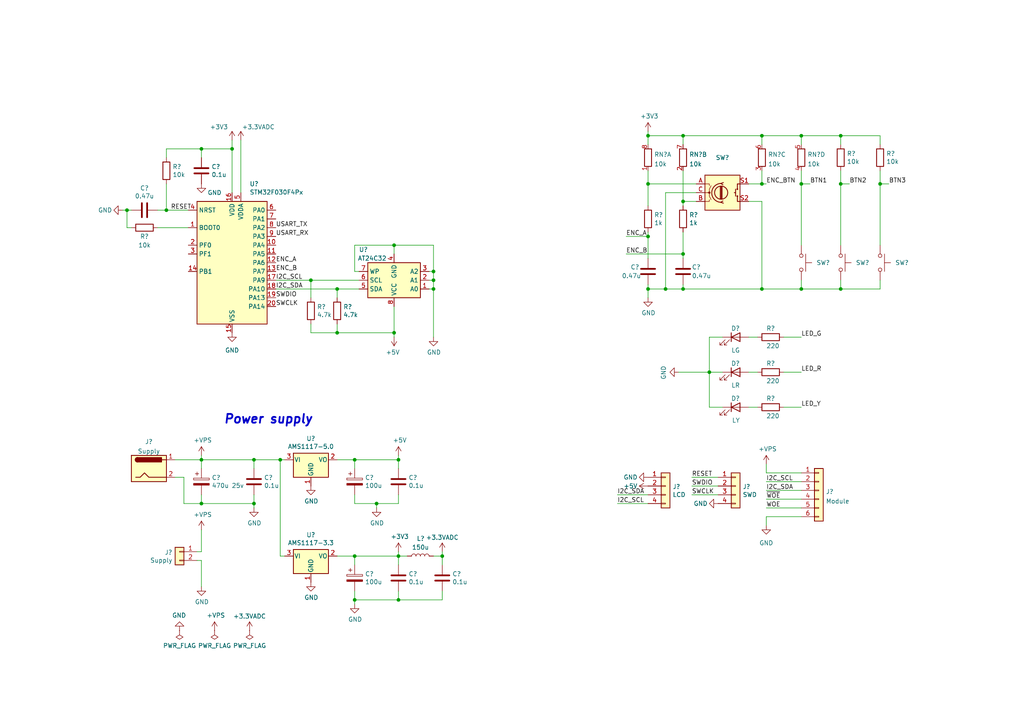
<source format=kicad_sch>
(kicad_sch (version 20230121) (generator eeschema)
  (paper "A4")
  (title_block (title "Control module for active load") (date "2024-08-05") (comment 2 "Maxim UV"))
  (lib_symbols
    (symbol "Connector:Barrel_Jack" (pin_names (offset 1.016))
      (property "Reference" "J" (at 0 5.334 0))
      (property "Value" "Barrel_Jack" (at 0 -5.08 0))
      (symbol "Barrel_Jack_0_1"
        (rectangle (start -5.08 3.81) (end 5.08 -3.81) (stroke (width 0.254)) (fill (type background)))
        (arc (start -3.302 3.175) (mid -3.9343 2.54) (end -3.302 1.905) (stroke (width 0.254)))
        (arc (start -3.302 3.175) (mid -3.9343 2.54) (end -3.302 1.905) (stroke (width 0.254)) (fill (type outline)))
        (polyline (pts (xy 5.08 2.54) (xy 3.81 2.54)) (stroke (width 0.254)))
        (polyline (pts (xy -3.81 -2.54) (xy -2.54 -2.54) (xy -1.27 -1.27) (xy 0 -2.54) (xy 2.54 -2.54) (xy 5.08 -2.54)) (stroke (width 0.254)))
        (rectangle (start 3.683 3.175) (end -3.302 1.905) (stroke (width 0.254)) (fill (type outline)))
      )
      (symbol "Barrel_Jack_1_1"
        (pin passive line (at 7.62 2.54 180) (length 2.54) (name "~") (number "1"))
        (pin passive line (at 7.62 -2.54 180) (length 2.54) (name "~") (number "2"))
      )
    )
    (symbol "Connector_Generic:Conn_01x02" (pin_names (offset 1.016) hide)
      (property "Reference" "J" (at 0 2.54 0))
      (property "Value" "Conn_01x02" (at 0 -5.08 0))
      (symbol "Conn_01x02_1_1"
        (rectangle (start -1.27 -2.413) (end 0 -2.667) (stroke (width 0.1524)))
        (rectangle (start -1.27 0.127) (end 0 -0.127) (stroke (width 0.1524)))
        (rectangle (start -1.27 1.27) (end 1.27 -3.81) (stroke (width 0.254)) (fill (type background)))
        (pin passive line (at -5.08 0 0) (length 3.81) (name "Pin_1") (number "1"))
        (pin passive line (at -5.08 -2.54 0) (length 3.81) (name "Pin_2") (number "2"))
      )
    )
    (symbol "Connector_Generic:Conn_01x04" (pin_names (offset 1.016) hide)
      (property "Reference" "J" (at 0 5.08 0))
      (property "Value" "Conn_01x04" (at 0 -7.62 0))
      (symbol "Conn_01x04_1_1"
        (rectangle (start -1.27 -4.953) (end 0 -5.207) (stroke (width 0.1524)))
        (rectangle (start -1.27 -2.413) (end 0 -2.667) (stroke (width 0.1524)))
        (rectangle (start -1.27 0.127) (end 0 -0.127) (stroke (width 0.1524)))
        (rectangle (start -1.27 2.667) (end 0 2.413) (stroke (width 0.1524)))
        (rectangle (start -1.27 3.81) (end 1.27 -6.35) (stroke (width 0.254)) (fill (type background)))
        (pin passive line (at -5.08 2.54 0) (length 3.81) (name "Pin_1") (number "1"))
        (pin passive line (at -5.08 0 0) (length 3.81) (name "Pin_2") (number "2"))
        (pin passive line (at -5.08 -2.54 0) (length 3.81) (name "Pin_3") (number "3"))
        (pin passive line (at -5.08 -5.08 0) (length 3.81) (name "Pin_4") (number "4"))
      )
    )
    (symbol "Connector_Generic:Conn_01x06" (pin_names (offset 1.016) hide)
      (property "Reference" "J" (at 0 7.62 0))
      (property "Value" "Conn_01x06" (at 0 -10.16 0))
      (symbol "Conn_01x06_1_1"
        (rectangle (start -1.27 -7.493) (end 0 -7.747) (stroke (width 0.1524)))
        (rectangle (start -1.27 -4.953) (end 0 -5.207) (stroke (width 0.1524)))
        (rectangle (start -1.27 -2.413) (end 0 -2.667) (stroke (width 0.1524)))
        (rectangle (start -1.27 0.127) (end 0 -0.127) (stroke (width 0.1524)))
        (rectangle (start -1.27 2.667) (end 0 2.413) (stroke (width 0.1524)))
        (rectangle (start -1.27 5.207) (end 0 4.953) (stroke (width 0.1524)))
        (rectangle (start -1.27 6.35) (end 1.27 -8.89) (stroke (width 0.254)) (fill (type background)))
        (pin passive line (at -5.08 5.08 0) (length 3.81) (name "Pin_1") (number "1"))
        (pin passive line (at -5.08 2.54 0) (length 3.81) (name "Pin_2") (number "2"))
        (pin passive line (at -5.08 0 0) (length 3.81) (name "Pin_3") (number "3"))
        (pin passive line (at -5.08 -2.54 0) (length 3.81) (name "Pin_4") (number "4"))
        (pin passive line (at -5.08 -5.08 0) (length 3.81) (name "Pin_5") (number "5"))
        (pin passive line (at -5.08 -7.62 0) (length 3.81) (name "Pin_6") (number "6"))
      )
    )
    (symbol "Device:C" (pin_numbers hide) (pin_names (offset 0.254))
      (property "Reference" "C" (at 0.635 2.54 0))
      (property "Value" "C" (at 0.635 -2.54 0))
      (symbol "C_0_1"
        (polyline (pts (xy -2.032 -0.762) (xy 2.032 -0.762)) (stroke (width 0.508)))
        (polyline (pts (xy -2.032 0.762) (xy 2.032 0.762)) (stroke (width 0.508)))
      )
      (symbol "C_1_1"
        (pin passive line (at 0 3.81 270) (length 2.794) (name "~") (number "1"))
        (pin passive line (at 0 -3.81 90) (length 2.794) (name "~") (number "2"))
      )
    )
    (symbol "Device:CP" (pin_numbers hide) (pin_names (offset 0.254))
      (property "Reference" "C" (at 0.635 2.54 0))
      (property "Value" "Device_CP" (at 0.635 -2.54 0))
      (symbol "CP_0_1"
        (rectangle (start -2.286 0.508) (end 2.286 1.016))
        (polyline (pts (xy -1.778 2.286) (xy -0.762 2.286)))
        (polyline (pts (xy -1.27 2.794) (xy -1.27 1.778)))
        (rectangle (start 2.286 -0.508) (end -2.286 -1.016) (fill (type outline)))
      )
      (symbol "CP_1_1"
        (pin passive line (at 0 3.81 270) (length 2.794) (name "~") (number "1"))
        (pin passive line (at 0 -3.81 90) (length 2.794) (name "~") (number "2"))
      )
    )
    (symbol "Device:L" (pin_numbers hide) (pin_names (offset 1.016) hide)
      (property "Reference" "L" (at -1.27 0 90))
      (property "Value" "L" (at 1.905 0 90))
      (symbol "L_0_1"
        (arc (start 0 -2.54) (mid 0.6323 -1.905) (end 0 -1.27))
        (arc (start 0 -1.27) (mid 0.6323 -0.635) (end 0 0))
        (arc (start 0 0) (mid 0.6323 0.635) (end 0 1.27))
        (arc (start 0 1.27) (mid 0.6323 1.905) (end 0 2.54))
      )
      (symbol "L_1_1"
        (pin passive line (at 0 3.81 270) (length 1.27) (name "1") (number "1"))
        (pin passive line (at 0 -3.81 90) (length 1.27) (name "2") (number "2"))
      )
    )
    (symbol "Device:LED" (pin_numbers hide) (pin_names (offset 1.016) hide)
      (property "Reference" "D" (at 0 2.54 0))
      (property "Value" "LED" (at 0 -2.54 0))
      (symbol "LED_0_1"
        (polyline (pts (xy -1.27 -1.27) (xy -1.27 1.27)) (stroke (width 0.254)))
        (polyline (pts (xy -1.27 0) (xy 1.27 0)))
        (polyline (pts (xy 1.27 -1.27) (xy 1.27 1.27) (xy -1.27 0) (xy 1.27 -1.27)) (stroke (width 0.254)))
        (polyline (pts (xy -3.048 -0.762) (xy -4.572 -2.286) (xy -3.81 -2.286) (xy -4.572 -2.286) (xy -4.572 -1.524)))
        (polyline (pts (xy -1.778 -0.762) (xy -3.302 -2.286) (xy -2.54 -2.286) (xy -3.302 -2.286) (xy -3.302 -1.524)))
      )
      (symbol "LED_1_1"
        (pin passive line (at -3.81 0 0) (length 2.54) (name "K") (number "1"))
        (pin passive line (at 3.81 0 180) (length 2.54) (name "A") (number "2"))
      )
    )
    (symbol "Device:R" (pin_numbers hide) (pin_names (offset 0))
      (property "Reference" "R" (at 2.032 0 90))
      (property "Value" "R" (at 0 0 90))
      (symbol "R_0_1"
        (rectangle (start -1.016 -2.54) (end 1.016 2.54) (stroke (width 0.254)))
      )
      (symbol "R_1_1"
        (pin passive line (at 0 3.81 270) (length 1.27) (name "~") (number "1"))
        (pin passive line (at 0 -3.81 90) (length 1.27) (name "~") (number "2"))
      )
    )
    (symbol "Device:R_Pack04_Split" (pin_names (offset 0) hide)
      (property "Reference" "RN" (at 2.032 0 90))
      (property "Value" "R_Pack04_Split" (at 0 0 90))
      (symbol "R_Pack04_Split_0_1"
        (rectangle (start 1.016 2.54) (end -1.016 -2.54) (stroke (width 0.254)))
      )
      (symbol "R_Pack04_Split_1_1"
        (pin passive line (at 0 -3.81 90) (length 1.27) (name "R1.1") (number "1"))
        (pin passive line (at 0 3.81 270) (length 1.27) (name "R1.2") (number "8"))
      )
      (symbol "R_Pack04_Split_2_1"
        (pin passive line (at 0 -3.81 90) (length 1.27) (name "R2.1") (number "2"))
        (pin passive line (at 0 3.81 270) (length 1.27) (name "R2.2") (number "7"))
      )
      (symbol "R_Pack04_Split_3_1"
        (pin passive line (at 0 -3.81 90) (length 1.27) (name "R3.1") (number "3"))
        (pin passive line (at 0 3.81 270) (length 1.27) (name "R3.2") (number "6"))
      )
      (symbol "R_Pack04_Split_4_1"
        (pin passive line (at 0 -3.81 90) (length 1.27) (name "R4.1") (number "4"))
        (pin passive line (at 0 3.81 270) (length 1.27) (name "R4.2") (number "5"))
      )
    )
    (symbol "Device:Rotary_Encoder_Switch" (pin_names (offset 0.254) hide)
      (property "Reference" "SW" (at 0 6.604 0))
      (property "Value" "Device_Rotary_Encoder_Switch" (at 0 -6.604 0))
      (symbol "Rotary_Encoder_Switch_0_1"
        (rectangle (start -5.08 5.08) (end 5.08 -5.08) (stroke (width 0.254)) (fill (type background)))
        (circle (center -3.81 0) (radius 0.254) (fill (type outline)))
        (circle (center -0.381 0) (radius 1.905) (stroke (width 0.254)))
        (arc (start -0.381 2.667) (mid -3.0988 -0.0635) (end -0.381 -2.794) (stroke (width 0.254)))
        (polyline (pts (xy -0.635 -1.778) (xy -0.635 1.778)) (stroke (width 0.254)))
        (polyline (pts (xy -0.381 -1.778) (xy -0.381 1.778)) (stroke (width 0.254)))
        (polyline (pts (xy -0.127 1.778) (xy -0.127 -1.778)) (stroke (width 0.254)))
        (polyline (pts (xy 3.81 0) (xy 3.429 0)) (stroke (width 0.254)))
        (polyline (pts (xy 3.81 1.016) (xy 3.81 -1.016)) (stroke (width 0.254)))
        (polyline (pts (xy -5.08 -2.54) (xy -3.81 -2.54) (xy -3.81 -2.032)))
        (polyline (pts (xy -5.08 2.54) (xy -3.81 2.54) (xy -3.81 2.032)))
        (polyline (pts (xy 0.254 -3.048) (xy -0.508 -2.794) (xy 0.127 -2.413)) (stroke (width 0.254)))
        (polyline (pts (xy 0.254 2.921) (xy -0.508 2.667) (xy 0.127 2.286)) (stroke (width 0.254)))
        (polyline (pts (xy 5.08 -2.54) (xy 4.318 -2.54) (xy 4.318 -1.016)) (stroke (width 0.254)))
        (polyline (pts (xy 5.08 2.54) (xy 4.318 2.54) (xy 4.318 1.016)) (stroke (width 0.254)))
        (polyline (pts (xy -5.08 0) (xy -3.81 0) (xy -3.81 -1.016) (xy -3.302 -2.032)))
        (polyline (pts (xy -4.318 0) (xy -3.81 0) (xy -3.81 1.016) (xy -3.302 2.032)))
        (circle (center 4.318 -1.016) (radius 0.127) (stroke (width 0.254)))
        (circle (center 4.318 1.016) (radius 0.127) (stroke (width 0.254)))
      )
      (symbol "Rotary_Encoder_Switch_1_1"
        (pin passive line (at -7.62 2.54 0) (length 2.54) (name "A") (number "A"))
        (pin passive line (at -7.62 -2.54 0) (length 2.54) (name "B") (number "B"))
        (pin passive line (at -7.62 0 0) (length 2.54) (name "C") (number "C"))
        (pin passive line (at 7.62 2.54 180) (length 2.54) (name "S1") (number "S1"))
        (pin passive line (at 7.62 -2.54 180) (length 2.54) (name "S2") (number "S2"))
      )
    )
    (symbol "MCU_ST_STM32F0:STM32F030F4Px"
      (property "Reference" "U" (at -10.16 19.05 0))
      (property "Value" "STM32F030F4Px" (at 5.08 19.05 0))
      (symbol "STM32F030F4Px_0_1"
        (rectangle (start -10.16 -17.78) (end 10.16 17.78) (stroke (width 0.254)) (fill (type background)))
      )
      (symbol "STM32F030F4Px_1_1"
        (pin input line (at -12.7 10.16 0) (length 2.54) (name "BOOT0") (number "1"))
        (pin bidirectional line (at 12.7 5.08 180) (length 2.54) (name "PA4") (number "10"))
        (pin bidirectional line (at 12.7 2.54 180) (length 2.54) (name "PA5") (number "11"))
        (pin bidirectional line (at 12.7 0 180) (length 2.54) (name "PA6") (number "12"))
        (pin bidirectional line (at 12.7 -2.54 180) (length 2.54) (name "PA7") (number "13"))
        (pin bidirectional line (at -12.7 -2.54 0) (length 2.54) (name "PB1") (number "14"))
        (pin power_in line (at 0 -20.32 90) (length 2.54) (name "VSS") (number "15"))
        (pin power_in line (at 0 20.32 270) (length 2.54) (name "VDD") (number "16"))
        (pin bidirectional line (at 12.7 -5.08 180) (length 2.54) (name "PA9") (number "17"))
        (pin bidirectional line (at 12.7 -7.62 180) (length 2.54) (name "PA10") (number "18"))
        (pin bidirectional line (at 12.7 -10.16 180) (length 2.54) (name "PA13") (number "19"))
        (pin bidirectional line (at -12.7 5.08 0) (length 2.54) (name "PF0") (number "2"))
        (pin bidirectional line (at 12.7 -12.7 180) (length 2.54) (name "PA14") (number "20"))
        (pin bidirectional line (at -12.7 2.54 0) (length 2.54) (name "PF1") (number "3"))
        (pin input line (at -12.7 15.24 0) (length 2.54) (name "NRST") (number "4"))
        (pin power_in line (at 2.54 20.32 270) (length 2.54) (name "VDDA") (number "5"))
        (pin bidirectional line (at 12.7 15.24 180) (length 2.54) (name "PA0") (number "6"))
        (pin bidirectional line (at 12.7 12.7 180) (length 2.54) (name "PA1") (number "7"))
        (pin bidirectional line (at 12.7 10.16 180) (length 2.54) (name "PA2") (number "8"))
        (pin bidirectional line (at 12.7 7.62 180) (length 2.54) (name "PA3") (number "9"))
      )
    )
    (symbol "Memory_EEPROM:AT24CS32-SSHM"
      (property "Reference" "U" (at -7.62 6.35 0))
      (property "Value" "AT24CS32-SSHM" (at 2.54 -6.35 0))
      (symbol "AT24CS32-SSHM_1_1"
        (rectangle (start -7.62 5.08) (end 7.62 -5.08) (stroke (width 0.254)) (fill (type background)))
        (pin input line (at -10.16 2.54 0) (length 2.54) (name "A0") (number "1"))
        (pin input line (at -10.16 0 0) (length 2.54) (name "A1") (number "2"))
        (pin input line (at -10.16 -2.54 0) (length 2.54) (name "A2") (number "3"))
        (pin power_in line (at 0 -7.62 90) (length 2.54) (name "GND") (number "4"))
        (pin bidirectional line (at 10.16 2.54 180) (length 2.54) (name "SDA") (number "5"))
        (pin input line (at 10.16 0 180) (length 2.54) (name "SCL") (number "6"))
        (pin input line (at 10.16 -2.54 180) (length 2.54) (name "WP") (number "7"))
        (pin power_in line (at 0 7.62 270) (length 2.54) (name "VCC") (number "8"))
      )
    )
    (symbol "My:+VPS" (power) (pin_names (offset 0))
      (property "Value" "+VPS" (at 0 3.556 0))
      (symbol "+VPS_0_1"
        (polyline (pts (xy -0.762 1.27) (xy 0 2.54)))
        (polyline (pts (xy 0 0) (xy 0 2.54)))
        (polyline (pts (xy 0 2.54) (xy 0.762 1.27)))
      )
      (symbol "+VPS_1_1"
        (pin power_in line (at 0 0 90) (length 0) hide (name "+VPS") (number "1"))
      )
    )
    (symbol "Regulator_Linear:AMS1117-3.3" (pin_names (offset 0.254))
      (property "Reference" "U" (at -3.81 3.175 0))
      (property "Value" "AMS1117-3.3" (at 0 3.175 0))
      (symbol "AMS1117-3.3_0_1"
        (rectangle (start -5.08 -5.08) (end 5.08 1.905) (stroke (width 0.254)) (fill (type background)))
      )
      (symbol "AMS1117-3.3_1_1"
        (pin power_in line (at 0 -7.62 90) (length 2.54) (name "GND") (number "1"))
        (pin power_out line (at 7.62 0 180) (length 2.54) (name "VO") (number "2"))
        (pin power_in line (at -7.62 0 0) (length 2.54) (name "VI") (number "3"))
      )
    )
    (symbol "Regulator_Linear:AMS1117-5.0" (pin_names (offset 0.254))
      (property "Reference" "U" (at -3.81 3.175 0))
      (property "Value" "AMS1117-5.0" (at 0 3.175 0))
      (symbol "AMS1117-5.0_0_1"
        (rectangle (start -5.08 -5.08) (end 5.08 1.905) (stroke (width 0.254)) (fill (type background)))
      )
      (symbol "AMS1117-5.0_1_1"
        (pin power_in line (at 0 -7.62 90) (length 2.54) (name "GND") (number "1"))
        (pin power_out line (at 7.62 0 180) (length 2.54) (name "VO") (number "2"))
        (pin power_in line (at -7.62 0 0) (length 2.54) (name "VI") (number "3"))
      )
    )
    (symbol "Switch:SW_Push" (pin_numbers hide) (pin_names (offset 1.016) hide)
      (property "Reference" "SW" (at 1.27 2.54 0))
      (property "Value" "SW_Push" (at 0 -1.524 0))
      (symbol "SW_Push_0_1"
        (circle (center -2.032 0) (radius 0.508))
        (polyline (pts (xy 0 1.27) (xy 0 3.048)))
        (polyline (pts (xy 2.54 1.27) (xy -2.54 1.27)))
        (circle (center 2.032 0) (radius 0.508))
        (pin passive line (at -5.08 0 0) (length 2.54) (name "1") (number "1"))
        (pin passive line (at 5.08 0 180) (length 2.54) (name "2") (number "2"))
      )
    )
    (symbol "power:+3.3V" (power) (pin_names (offset 0))
      (property "Value" "+3.3V" (at 0 3.556 0))
      (symbol "+3.3V_0_1"
        (polyline (pts (xy -0.762 1.27) (xy 0 2.54)))
        (polyline (pts (xy 0 0) (xy 0 2.54)))
        (polyline (pts (xy 0 2.54) (xy 0.762 1.27)))
      )
      (symbol "+3.3V_1_1"
        (pin power_in line (at 0 0 90) (length 0) hide (name "+3V3") (number "1"))
      )
    )
    (symbol "power:+3.3VADC" (power) (pin_names (offset 0))
      (property "Value" "+3.3VADC" (at 0 2.54 0))
      (symbol "+3.3VADC_0_0"
        (pin power_in line (at 0 0 90) (length 0) hide (name "+3.3VADC") (number "1"))
      )
      (symbol "+3.3VADC_0_1"
        (polyline (pts (xy -0.762 1.27) (xy 0 2.54)))
        (polyline (pts (xy 0 0) (xy 0 2.54)))
        (polyline (pts (xy 0 2.54) (xy 0.762 1.27)))
      )
    )
    (symbol "power:+5V" (power) (pin_names (offset 0))
      (property "Value" "+5V" (at 0 3.556 0))
      (symbol "+5V_0_1"
        (polyline (pts (xy -0.762 1.27) (xy 0 2.54)))
        (polyline (pts (xy 0 0) (xy 0 2.54)))
        (polyline (pts (xy 0 2.54) (xy 0.762 1.27)))
      )
      (symbol "+5V_1_1"
        (pin power_in line (at 0 0 90) (length 0) hide (name "+5V") (number "1"))
      )
    )
    (symbol "power:GND" (power) (pin_names (offset 0))
      (property "Value" "GND" (at 0 -3.81 0))
      (symbol "GND_0_1"
        (polyline (pts (xy 0 0) (xy 0 -1.27) (xy 1.27 -1.27) (xy 0 -2.54) (xy -1.27 -1.27) (xy 0 -1.27)))
      )
      (symbol "GND_1_1"
        (pin power_in line (at 0 0 270) (length 0) hide (name "GND") (number "1"))
      )
    )
    (symbol "power:PWR_FLAG" (power) (pin_numbers hide) (pin_names (offset 0) hide)
      (property "Value" "PWR_FLAG" (at 0 3.81 0))
      (symbol "PWR_FLAG_0_0"
        (pin power_out line (at 0 0 90) (length 0) (name "pwr") (number "1"))
      )
      (symbol "PWR_FLAG_0_1"
        (polyline (pts (xy 0 0) (xy 0 1.27) (xy -1.016 1.905) (xy 0 2.54) (xy 1.016 1.905) (xy 0 1.27)))
      )
    )
  )
  (junction (at 97.79 83.82))
  (junction (at 187.96 53.34))
  (junction (at 115.57 173.99))
  (junction (at 125.73 78.74))
  (junction (at 58.42 43.18))
  (junction (at 198.12 83.82))
  (junction (at 128.27 161.29))
  (junction (at 125.73 83.82))
  (junction (at 187.96 83.82))
  (junction (at 187.96 39.37))
  (junction (at 102.87 133.35))
  (junction (at 48.26 60.96))
  (junction (at 58.42 146.05))
  (junction (at 67.31 43.18))
  (junction (at 115.57 133.35))
  (junction (at 220.98 39.37))
  (junction (at 232.41 53.34))
  (junction (at 36.83 60.96))
  (junction (at 232.41 39.37))
  (junction (at 109.22 146.05))
  (junction (at 255.27 53.34))
  (junction (at 220.98 83.82))
  (junction (at 114.3 96.52))
  (junction (at 243.84 53.34))
  (junction (at 198.12 58.42))
  (junction (at 90.17 81.28))
  (junction (at 115.57 161.29))
  (junction (at 97.79 96.52))
  (junction (at 114.3 71.12))
  (junction (at 81.28 133.35))
  (junction (at 125.73 81.28))
  (junction (at 205.74 107.95))
  (junction (at 232.41 83.82))
  (junction (at 73.66 146.05))
  (junction (at 102.87 173.99))
  (junction (at 198.12 39.37))
  (junction (at 243.84 39.37))
  (junction (at 58.42 133.35))
  (junction (at 243.84 83.82))
  (junction (at 187.96 68.58))
  (junction (at 73.66 133.35))
  (junction (at 193.04 83.82))
  (junction (at 198.12 73.66))
  (junction (at 220.98 53.34))
  (junction (at 102.87 161.29))
  (wire (pts (xy 193.04 83.82) (xy 198.12 83.82)))
  (wire (pts (xy 243.84 41.91) (xy 243.84 39.37)))
  (wire (pts (xy 50.8 133.35) (xy 58.42 133.35)))
  (wire (pts (xy 102.87 163.83) (xy 102.87 161.29)))
  (wire (pts (xy 220.98 58.42) (xy 220.98 83.82)))
  (wire (pts (xy 222.25 152.4) (xy 222.25 149.86)))
  (wire (pts (xy 104.14 83.82) (xy 97.79 83.82)))
  (wire (pts (xy 198.12 82.55) (xy 198.12 83.82)))
  (wire (pts (xy 217.17 58.42) (xy 220.98 58.42)))
  (wire (pts (xy 115.57 132.08) (xy 115.57 133.35)))
  (wire (pts (xy 198.12 67.31) (xy 198.12 73.66)))
  (wire (pts (xy 220.98 39.37) (xy 232.41 39.37)))
  (wire (pts (xy 115.57 160.02) (xy 115.57 161.29)))
  (wire (pts (xy 187.96 68.58) (xy 187.96 74.93)))
  (wire (pts (xy 220.98 53.34) (xy 217.17 53.34)))
  (wire (pts (xy 201.93 55.88) (xy 193.04 55.88)))
  (wire (pts (xy 81.28 133.35) (xy 81.28 161.29)))
  (wire (pts (xy 227.33 118.11) (xy 232.41 118.11)))
  (wire (pts (xy 187.96 83.82) (xy 193.04 83.82)))
  (wire (pts (xy 57.15 162.56) (xy 58.42 162.56)))
  (wire (pts (xy 217.17 107.95) (xy 219.71 107.95)))
  (wire (pts (xy 220.98 41.91) (xy 220.98 39.37)))
  (wire (pts (xy 209.55 97.79) (xy 205.74 97.79)))
  (wire (pts (xy 187.96 39.37) (xy 198.12 39.37)))
  (wire (pts (xy 243.84 81.28) (xy 243.84 83.82)))
  (wire (pts (xy 125.73 81.28) (xy 125.73 83.82)))
  (wire (pts (xy 73.66 143.51) (xy 73.66 146.05)))
  (wire (pts (xy 36.83 60.96) (xy 38.1 60.96)))
  (wire (pts (xy 48.26 53.34) (xy 48.26 60.96)))
  (wire (pts (xy 73.66 146.05) (xy 58.42 146.05)))
  (wire (pts (xy 198.12 39.37) (xy 220.98 39.37)))
  (wire (pts (xy 222.25 144.78) (xy 232.41 144.78)))
  (wire (pts (xy 187.96 38.1) (xy 187.96 39.37)))
  (wire (pts (xy 115.57 171.45) (xy 115.57 173.99)))
  (wire (pts (xy 58.42 45.72) (xy 58.42 43.18)))
  (wire (pts (xy 198.12 83.82) (xy 220.98 83.82)))
  (wire (pts (xy 102.87 135.89) (xy 102.87 133.35)))
  (wire (pts (xy 227.33 97.79) (xy 232.41 97.79)))
  (wire (pts (xy 97.79 161.29) (xy 102.87 161.29)))
  (wire (pts (xy 128.27 160.02) (xy 128.27 161.29)))
  (wire (pts (xy 198.12 58.42) (xy 201.93 58.42)))
  (wire (pts (xy 125.73 83.82) (xy 124.46 83.82)))
  (wire (pts (xy 81.28 133.35) (xy 82.55 133.35)))
  (wire (pts (xy 217.17 118.11) (xy 219.71 118.11)))
  (wire (pts (xy 193.04 55.88) (xy 193.04 83.82)))
  (wire (pts (xy 187.96 83.82) (xy 187.96 86.36)))
  (wire (pts (xy 125.73 71.12) (xy 114.3 71.12)))
  (wire (pts (xy 196.85 107.95) (xy 205.74 107.95)))
  (wire (pts (xy 222.25 149.86) (xy 232.41 149.86)))
  (wire (pts (xy 198.12 58.42) (xy 198.12 59.69)))
  (wire (pts (xy 232.41 83.82) (xy 232.41 81.28)))
  (wire (pts (xy 53.34 146.05) (xy 58.42 146.05)))
  (wire (pts (xy 232.41 71.12) (xy 232.41 53.34)))
  (wire (pts (xy 128.27 173.99) (xy 115.57 173.99)))
  (wire (pts (xy 90.17 96.52) (xy 97.79 96.52)))
  (wire (pts (xy 104.14 81.28) (xy 90.17 81.28)))
  (wire (pts (xy 255.27 81.28) (xy 255.27 83.82)))
  (wire (pts (xy 114.3 96.52) (xy 114.3 97.79)))
  (wire (pts (xy 38.1 66.04) (xy 36.83 66.04)))
  (wire (pts (xy 187.96 53.34) (xy 187.96 59.69)))
  (wire (pts (xy 58.42 162.56) (xy 58.42 170.18)))
  (wire (pts (xy 97.79 86.36) (xy 97.79 83.82)))
  (wire (pts (xy 97.79 96.52) (xy 114.3 96.52)))
  (wire (pts (xy 114.3 73.66) (xy 114.3 71.12)))
  (wire (pts (xy 58.42 43.18) (xy 67.31 43.18)))
  (wire (pts (xy 187.96 53.34) (xy 201.93 53.34)))
  (wire (pts (xy 50.8 138.43) (xy 53.34 138.43)))
  (wire (pts (xy 48.26 43.18) (xy 58.42 43.18)))
  (wire (pts (xy 115.57 161.29) (xy 118.11 161.29)))
  (wire (pts (xy 234.95 53.34) (xy 232.41 53.34)))
  (wire (pts (xy 102.87 175.26) (xy 102.87 173.99)))
  (wire (pts (xy 109.22 146.05) (xy 115.57 146.05)))
  (wire (pts (xy 198.12 39.37) (xy 198.12 41.91)))
  (wire (pts (xy 198.12 73.66) (xy 198.12 74.93)))
  (wire (pts (xy 205.74 118.11) (xy 209.55 118.11)))
  (wire (pts (xy 179.07 146.05) (xy 187.96 146.05)))
  (wire (pts (xy 187.96 82.55) (xy 187.96 83.82)))
  (wire (pts (xy 243.84 53.34) (xy 243.84 71.12)))
  (wire (pts (xy 102.87 173.99) (xy 115.57 173.99)))
  (wire (pts (xy 198.12 49.53) (xy 198.12 58.42)))
  (wire (pts (xy 102.87 71.12) (xy 102.87 78.74)))
  (wire (pts (xy 114.3 88.9) (xy 114.3 96.52)))
  (wire (pts (xy 58.42 133.35) (xy 58.42 135.89)))
  (wire (pts (xy 58.42 143.51) (xy 58.42 146.05)))
  (wire (pts (xy 54.61 66.04) (xy 45.72 66.04)))
  (wire (pts (xy 222.25 142.24) (xy 232.41 142.24)))
  (wire (pts (xy 48.26 60.96) (xy 54.61 60.96)))
  (wire (pts (xy 102.87 161.29) (xy 115.57 161.29)))
  (wire (pts (xy 255.27 83.82) (xy 243.84 83.82)))
  (wire (pts (xy 243.84 49.53) (xy 243.84 53.34)))
  (wire (pts (xy 222.25 139.7) (xy 232.41 139.7)))
  (wire (pts (xy 58.42 133.35) (xy 73.66 133.35)))
  (wire (pts (xy 102.87 171.45) (xy 102.87 173.99)))
  (wire (pts (xy 181.61 68.58) (xy 187.96 68.58)))
  (wire (pts (xy 128.27 163.83) (xy 128.27 161.29)))
  (wire (pts (xy 58.42 132.08) (xy 58.42 133.35)))
  (wire (pts (xy 187.96 41.91) (xy 187.96 39.37)))
  (wire (pts (xy 179.07 143.51) (xy 187.96 143.51)))
  (wire (pts (xy 69.85 40.64) (xy 69.85 55.88)))
  (wire (pts (xy 125.73 161.29) (xy 128.27 161.29)))
  (wire (pts (xy 125.73 78.74) (xy 125.73 81.28)))
  (wire (pts (xy 124.46 78.74) (xy 125.73 78.74)))
  (wire (pts (xy 222.25 53.34) (xy 220.98 53.34)))
  (wire (pts (xy 58.42 153.67) (xy 58.42 160.02)))
  (wire (pts (xy 255.27 53.34) (xy 255.27 71.12)))
  (wire (pts (xy 80.01 81.28) (xy 90.17 81.28)))
  (wire (pts (xy 102.87 78.74) (xy 104.14 78.74)))
  (wire (pts (xy 200.66 138.43) (xy 208.28 138.43)))
  (wire (pts (xy 227.33 107.95) (xy 232.41 107.95)))
  (wire (pts (xy 255.27 53.34) (xy 257.81 53.34)))
  (wire (pts (xy 97.79 93.98) (xy 97.79 96.52)))
  (wire (pts (xy 222.25 137.16) (xy 232.41 137.16)))
  (wire (pts (xy 90.17 86.36) (xy 90.17 81.28)))
  (wire (pts (xy 125.73 71.12) (xy 125.73 78.74)))
  (wire (pts (xy 80.01 83.82) (xy 97.79 83.82)))
  (wire (pts (xy 217.17 97.79) (xy 219.71 97.79)))
  (wire (pts (xy 255.27 41.91) (xy 255.27 39.37)))
  (wire (pts (xy 97.79 133.35) (xy 102.87 133.35)))
  (wire (pts (xy 73.66 133.35) (xy 81.28 133.35)))
  (wire (pts (xy 125.73 97.79) (xy 125.73 83.82)))
  (wire (pts (xy 200.66 143.51) (xy 208.28 143.51)))
  (wire (pts (xy 205.74 107.95) (xy 209.55 107.95)))
  (wire (pts (xy 114.3 71.12) (xy 102.87 71.12)))
  (wire (pts (xy 200.66 140.97) (xy 208.28 140.97)))
  (wire (pts (xy 67.31 43.18) (xy 67.31 55.88)))
  (wire (pts (xy 102.87 143.51) (xy 102.87 146.05)))
  (wire (pts (xy 243.84 39.37) (xy 232.41 39.37)))
  (wire (pts (xy 57.15 160.02) (xy 58.42 160.02)))
  (wire (pts (xy 255.27 39.37) (xy 243.84 39.37)))
  (wire (pts (xy 109.22 147.32) (xy 109.22 146.05)))
  (wire (pts (xy 187.96 67.31) (xy 187.96 68.58)))
  (wire (pts (xy 115.57 146.05) (xy 115.57 143.51)))
  (wire (pts (xy 128.27 171.45) (xy 128.27 173.99)))
  (wire (pts (xy 115.57 133.35) (xy 115.57 135.89)))
  (wire (pts (xy 45.72 60.96) (xy 48.26 60.96)))
  (wire (pts (xy 124.46 81.28) (xy 125.73 81.28)))
  (wire (pts (xy 255.27 49.53) (xy 255.27 53.34)))
  (wire (pts (xy 102.87 146.05) (xy 109.22 146.05)))
  (wire (pts (xy 220.98 49.53) (xy 220.98 53.34)))
  (wire (pts (xy 35.56 60.96) (xy 36.83 60.96)))
  (wire (pts (xy 232.41 39.37) (xy 232.41 41.91)))
  (wire (pts (xy 53.34 138.43) (xy 53.34 146.05)))
  (wire (pts (xy 243.84 53.34) (xy 246.38 53.34)))
  (wire (pts (xy 187.96 49.53) (xy 187.96 53.34)))
  (wire (pts (xy 232.41 53.34) (xy 232.41 49.53)))
  (wire (pts (xy 90.17 93.98) (xy 90.17 96.52)))
  (wire (pts (xy 36.83 66.04) (xy 36.83 60.96)))
  (wire (pts (xy 115.57 161.29) (xy 115.57 163.83)))
  (wire (pts (xy 222.25 147.32) (xy 232.41 147.32)))
  (wire (pts (xy 181.61 73.66) (xy 198.12 73.66)))
  (wire (pts (xy 67.31 40.64) (xy 67.31 43.18)))
  (wire (pts (xy 82.55 161.29) (xy 81.28 161.29)))
  (wire (pts (xy 222.25 134.62) (xy 222.25 137.16)))
  (wire (pts (xy 205.74 97.79) (xy 205.74 107.95)))
  (wire (pts (xy 205.74 107.95) (xy 205.74 118.11)))
  (wire (pts (xy 48.26 45.72) (xy 48.26 43.18)))
  (wire (pts (xy 73.66 146.05) (xy 73.66 147.32)))
  (wire (pts (xy 220.98 83.82) (xy 232.41 83.82)))
  (wire (pts (xy 102.87 133.35) (xy 115.57 133.35)))
  (wire (pts (xy 243.84 83.82) (xy 232.41 83.82)))
  (wire (pts (xy 73.66 135.89) (xy 73.66 133.35)))
  (text "Power supply\n" (at 64.77 123.19 0) (effects (font (size 2.54 2.54) (thickness 0.508) bold italic) (justify left bottom)))
  (label "BTN2" (at 246.38 53.34 0))
  (label "LED_G" (at 232.41 97.79 0))
  (label "RESET" (at 49.53 60.96 0))
  (label "ENC_A" (at 80.01 76.2 0))
  (label "RESET" (at 200.66 138.43 0))
  (label "I2C_SCL" (at 179.07 146.05 0))
  (label "ENC_B" (at 181.61 73.66 0))
  (label "SWCLK" (at 200.66 143.51 0))
  (label "~{WOE}" (at 222.25 144.78 0))
  (label "I2C_SDA" (at 80.01 83.82 0))
  (label "LED_R" (at 232.41 107.95 0))
  (label "USART_TX" (at 80.01 66.04 0))
  (label "ENC_B" (at 80.01 78.74 0))
  (label "BTN1" (at 234.95 53.34 0))
  (label "BTN3" (at 257.81 53.34 0))
  (label "WOE" (at 222.25 147.32 0))
  (label "ENC_BTN" (at 222.25 53.34 0))
  (label "I2C_SCL" (at 222.25 139.7 0))
  (label "LED_Y" (at 232.41 118.11 0))
  (label "ENC_A" (at 181.61 68.58 0))
  (label "I2C_SCL" (at 80.01 81.28 0))
  (label "SWDIO" (at 80.01 86.36 0))
  (label "SWDIO" (at 200.66 140.97 0))
  (label "USART_RX" (at 80.01 68.58 0))
  (label "I2C_SDA" (at 179.07 143.51 0))
  (label "SWCLK" (at 80.01 88.9 0))
  (label "I2C_SDA" (at 222.25 142.24 0))
  (symbol (lib_id "Device:R") (at 187.96 63.5 0) (unit 1)
    (property "Reference" "R?" (at 189.738 62.3316 0) (effects (justify left)))
    (property "Value" "1k" (at 189.738 64.643 0) (effects (justify left)))
    (property "Footprint" "Resistor_SMD:R_1206_3216Metric_Pad1.30x1.75mm_HandSolder" (effects hide))
  )
  (symbol (lib_id "power:GND") (at 187.96 86.36 0) (unit 1)
    (property "Reference" "#PWR018" (effects hide))
    (property "Value" "GND" (at 188.087 90.7542 0))
  )
  (symbol (lib_id "My:+VPS") (at 58.42 153.67 0) (unit 1)
    (property "Reference" "#PWR019" (effects hide))
    (property "Value" "+VPS" (at 58.801 149.2758 0))
  )
  (symbol (lib_id "power:+5V") (at 187.96 140.97 90) (unit 1)
    (property "Reference" "#PWR014" (effects hide))
    (property "Value" "+5V" (at 182.88 140.97 90))
  )
  (symbol (lib_id "power:PWR_FLAG") (at 52.07 182.88 180) (unit 1)
    (property "Reference" "#FLG02" (effects hide))
    (property "Value" "PWR_FLAG" (at 52.07 187.2742 0))
  )
  (symbol (lib_id "Device:R") (at 223.52 118.11 270) (unit 1)
    (property "Reference" "R?" (at 222.25 115.57 90) (effects (justify left)))
    (property "Value" "220" (at 222.25 120.65 90) (effects (justify left)))
    (property "Footprint" "Resistor_SMD:R_1206_3216Metric_Pad1.30x1.75mm_HandSolder" (effects hide))
  )
  (symbol (lib_id "Device:LED") (at 213.36 107.95 0) (unit 1)
    (property "Reference" "D?" (at 214.63 105.41 0) (effects (justify right)))
    (property "Value" "LR" (at 214.63 111.76 0) (effects (justify right)))
    (property "Footprint" "LED_SMD:LED_1206_3216Metric_Pad1.42x1.75mm_HandSolder" (effects hide))
  )
  (symbol (lib_id "Device:R") (at 41.91 66.04 270) (unit 1)
    (property "Reference" "R?" (at 41.91 68.58 90))
    (property "Value" "10k" (at 41.91 71.12 90))
    (property "Footprint" "Resistor_SMD:R_1206_3216Metric_Pad1.30x1.75mm_HandSolder" (effects hide))
  )
  (symbol (lib_id "My:+VPS") (at 62.23 182.88 0) (unit 1)
    (property "Reference" "#PWR017" (effects hide))
    (property "Value" "+VPS" (at 62.611 178.4858 0))
  )
  (symbol (lib_id "Device:C") (at 198.12 78.74 0) (unit 1)
    (property "Reference" "C?" (at 200.66 77.47 0) (effects (justify left)))
    (property "Value" "0.47u" (at 200.66 80.01 0) (effects (justify left)))
    (property "Footprint" "Capacitor_SMD:C_0805_2012Metric_Pad1.18x1.45mm_HandSolder" (effects hide))
  )
  (symbol (lib_id "Switch:SW_Push") (at 232.41 76.2 270) (unit 1)
    (property "Reference" "SW?" (at 238.76 76.2 90))
    (property "Value" "SW_Push" (effects hide))
    (property "Footprint" "Button_Switch_THT:SW_PUSH-12mm" (effects hide))
  )
  (symbol (lib_id "power:+5V") (at 115.57 132.08 0) (unit 1)
    (property "Reference" "#PWR021" (effects hide))
    (property "Value" "+5V" (at 115.951 127.6858 0))
  )
  (symbol (lib_id "Connector_Generic:Conn_01x02") (at 52.07 160.02 0) (mirror y) (unit 1)
    (property "Reference" "J?" (at 50.038 160.2232 0) (effects (justify left)))
    (property "Value" "Supply" (at 50.038 162.5346 0) (effects (justify left)))
    (property "Footprint" "TerminalBlock:TerminalBlock_bornier-2_P5.08mm" (effects hide))
  )
  (symbol (lib_id "Device:R_Pack04_Split") (at 220.98 45.72 0) (unit 3)
    (property "Reference" "RN?" (at 222.758 44.8115 0) (effects (justify left)))
    (property "Value" "10k" (at 222.758 47.5866 0) (effects (justify left)))
    (property "Footprint" "Resistor_SMD:R_Array_Convex_4x1206" (effects hide))
  )
  (symbol (lib_id "Regulator_Linear:AMS1117-5.0") (at 90.17 133.35 0) (unit 1)
    (property "Reference" "U?" (at 90.17 127.2032 0))
    (property "Value" "AMS1117-5.0" (at 90.17 129.5146 0))
    (property "Footprint" "Package_TO_SOT_SMD:SOT-223-3_TabPin2" (effects hide))
    (property "Datasheet" "http://www.advanced-monolithic.com/pdf/ds1117.pdf" (effects hide))
  )
  (symbol (lib_id "power:PWR_FLAG") (at 72.39 182.88 180) (unit 1)
    (property "Reference" "#FLG04" (effects hide))
    (property "Value" "PWR_FLAG" (at 72.39 187.2742 0))
  )
  (symbol (lib_id "power:PWR_FLAG") (at 62.23 182.88 180) (unit 1)
    (property "Reference" "#FLG03" (effects hide))
    (property "Value" "PWR_FLAG" (at 62.23 187.2742 0))
  )
  (symbol (lib_id "Device:R") (at 223.52 107.95 270) (unit 1)
    (property "Reference" "R?" (at 222.25 105.41 90) (effects (justify left)))
    (property "Value" "220" (at 222.25 110.49 90) (effects (justify left)))
    (property "Footprint" "Resistor_SMD:R_1206_3216Metric_Pad1.30x1.75mm_HandSolder" (effects hide))
  )
  (symbol (lib_id "power:GND") (at 102.87 175.26 0) (unit 1)
    (property "Reference" "#PWR028" (effects hide))
    (property "Value" "GND" (at 102.997 179.6542 0))
  )
  (symbol (lib_id "Device:R") (at 97.79 90.17 0) (unit 1)
    (property "Reference" "R?" (at 99.568 89.0016 0) (effects (justify left)))
    (property "Value" "4.7k" (at 99.568 91.313 0) (effects (justify left)))
    (property "Footprint" "Resistor_SMD:R_1206_3216Metric_Pad1.30x1.75mm_HandSolder" (effects hide))
  )
  (symbol (lib_id "power:GND") (at 222.25 152.4 0) (unit 1)
    (property "Reference" "#PWR011" (effects hide))
    (property "Value" "GND" (at 222.25 157.48 0))
  )
  (symbol (lib_id "Device:C") (at 41.91 60.96 270) (unit 1)
    (property "Reference" "C?" (at 41.91 54.5592 90))
    (property "Value" "0.47u" (at 41.91 56.8706 90))
    (property "Footprint" "Capacitor_SMD:C_0805_2012Metric_Pad1.18x1.45mm_HandSolder" (effects hide))
  )
  (symbol (lib_id "Switch:SW_Push") (at 255.27 76.2 270) (unit 1)
    (property "Reference" "SW?" (at 261.62 76.2 90))
    (property "Value" "SW_Push" (effects hide))
    (property "Footprint" "Button_Switch_THT:SW_PUSH-12mm" (effects hide))
  )
  (symbol (lib_id "power:+3.3V") (at 115.57 160.02 0) (unit 1)
    (property "Reference" "#PWR023" (effects hide))
    (property "Value" "+3.3V" (at 115.951 155.6258 0))
  )
  (symbol (lib_id "Device:CP") (at 102.87 167.64 0) (unit 1)
    (property "Reference" "C?" (at 105.8672 166.4716 0) (effects (justify left)))
    (property "Value" "100u" (at 105.8672 168.783 0) (effects (justify left)))
    (property "Footprint" "Capacitor_THT:CP_Radial_D4.0mm_P2.00mm" (effects hide))
  )
  (symbol (lib_id "Device:CP") (at 102.87 139.7 0) (unit 1)
    (property "Reference" "C?" (at 105.8672 138.5316 0) (effects (justify left)))
    (property "Value" "100u" (at 105.8672 140.843 0) (effects (justify left)))
    (property "Footprint" "Capacitor_THT:CP_Radial_D4.0mm_P2.00mm" (effects hide))
  )
  (symbol (lib_id "Switch:SW_Push") (at 243.84 76.2 270) (unit 1)
    (property "Reference" "SW?" (at 250.19 76.2 90))
    (property "Value" "SW_Push" (effects hide))
    (property "Footprint" "Button_Switch_THT:SW_PUSH-12mm" (effects hide))
  )
  (symbol (lib_id "power:GND") (at 58.42 170.18 0) (unit 1)
    (property "Reference" "#PWR026" (effects hide))
    (property "Value" "GND" (at 58.547 174.5742 0))
  )
  (symbol (lib_id "Connector:Barrel_Jack") (at 43.18 135.89 0) (unit 1)
    (property "Reference" "J?" (at 43.18 128.1135 0))
    (property "Value" "Supply" (at 43.18 130.8886 0))
    (property "Footprint" "Connector_BarrelJack:BarrelJack_Horizontal" (effects hide))
  )
  (symbol (lib_id "power:+3.3VADC") (at 128.27 160.02 0) (unit 1)
    (property "Reference" "#PWR05" (effects hide))
    (property "Value" "+3.3VADC" (at 128.27 155.8869 0))
  )
  (symbol (lib_id "Device:LED") (at 213.36 97.79 0) (unit 1)
    (property "Reference" "D?" (at 214.63 95.25 0) (effects (justify right)))
    (property "Value" "LG" (at 214.63 101.6 0) (effects (justify right)))
    (property "Footprint" "LED_SMD:LED_1206_3216Metric_Pad1.42x1.75mm_HandSolder" (effects hide))
  )
  (symbol (lib_id "power:GND") (at 35.56 60.96 270) (unit 1)
    (property "Reference" "#PWR06" (effects hide))
    (property "Value" "GND" (at 30.48 60.96 90))
  )
  (symbol (lib_id "Device:R_Pack04_Split") (at 198.12 45.72 0) (unit 2)
    (property "Reference" "RN?" (at 199.898 44.8115 0) (effects (justify left)))
    (property "Value" "10k" (at 199.898 47.5866 0) (effects (justify left)))
    (property "Footprint" "Resistor_SMD:R_Array_Convex_4x1206" (effects hide))
  )
  (symbol (lib_id "Connector_Generic:Conn_01x04") (at 213.36 140.97 0) (unit 1)
    (property "Reference" "J?" (at 215.392 141.1732 0) (effects (justify left)))
    (property "Value" "SWD" (at 215.392 143.4846 0) (effects (justify left)))
    (property "Footprint" "Connector_PinHeader_2.54mm:PinHeader_1x04_P2.54mm_Vertical" (effects hide))
  )
  (symbol (lib_id "power:+3.3VADC") (at 69.85 40.64 0) (unit 1)
    (property "Reference" "#PWR04" (effects hide))
    (property "Value" "+3.3VADC" (at 74.93 36.83 0))
  )
  (symbol (lib_id "Device:C") (at 73.66 139.7 0) (unit 1)
    (property "Reference" "C?" (at 76.581 138.5316 0) (effects (justify left)))
    (property "Value" "0.1u" (at 76.581 140.843 0) (effects (justify left)))
    (property "Footprint" "Capacitor_SMD:C_0805_2012Metric_Pad1.18x1.45mm_HandSolder" (effects hide))
  )
  (symbol (lib_id "Connector_Generic:Conn_01x04") (at 193.04 140.97 0) (unit 1)
    (property "Reference" "J?" (at 195.072 141.1732 0) (effects (justify left)))
    (property "Value" "LCD" (at 195.072 143.4846 0) (effects (justify left)))
    (property "Footprint" "Connector_PinHeader_2.54mm:PinHeader_1x04_P2.54mm_Vertical" (effects hide))
  )
  (symbol (lib_id "power:GND") (at 208.28 146.05 270) (unit 1)
    (property "Reference" "#PWR010" (effects hide))
    (property "Value" "GND" (at 203.2 146.05 90))
  )
  (symbol (lib_id "Device:CP") (at 58.42 139.7 0) (unit 1)
    (property "Reference" "C?" (at 61.4172 138.5316 0) (effects (justify left)))
    (property "Value" "470u 25v" (at 61.4172 140.843 0) (effects (justify left)))
    (property "Footprint" "Capacitor_THT:C_Radial_D8.0mm_H7.0mm_P3.50mm" (effects hide))
  )
  (symbol (lib_id "Device:C") (at 58.42 49.53 0) (unit 1)
    (property "Reference" "C?" (at 61.341 48.3616 0) (effects (justify left)))
    (property "Value" "0.1u" (at 61.341 50.673 0) (effects (justify left)))
    (property "Footprint" "Capacitor_SMD:C_0805_2012Metric_Pad1.18x1.45mm_HandSolder" (effects hide))
  )
  (symbol (lib_id "power:GND") (at 196.85 107.95 270) (unit 1)
    (property "Reference" "#PWR029" (effects hide))
    (property "Value" "GND" (at 192.4558 108.077 0))
  )
  (symbol (lib_id "Device:C") (at 115.57 139.7 0) (unit 1)
    (property "Reference" "C?" (at 118.491 138.5316 0) (effects (justify left)))
    (property "Value" "0.1u" (at 118.491 140.843 0) (effects (justify left)))
    (property "Footprint" "Capacitor_SMD:C_0805_2012Metric_Pad1.18x1.45mm_HandSolder" (effects hide))
  )
  (symbol (lib_id "MCU_ST_STM32F0:STM32F030F4Px") (at 67.31 76.2 0) (unit 1)
    (property "Reference" "U?" (at 72.39 53.34 0) (effects (justify left)))
    (property "Value" "STM32F030F4Px" (at 72.39 55.7642 0) (effects (justify left)))
    (property "Footprint" "Package_SO:TSSOP-20_4.4x6.5mm_P0.65mm" (effects hide))
    (property "Datasheet" "https://www.st.com/resource/en/datasheet/stm32f030f4.pdf" (effects hide))
  )
  (symbol (lib_id "power:+3.3VADC") (at 72.39 182.88 0) (unit 1)
    (property "Reference" "#PWR022" (effects hide))
    (property "Value" "+3.3VADC" (at 72.39 178.7469 0))
  )
  (symbol (lib_id "power:GND") (at 58.42 53.34 0) (unit 1)
    (property "Reference" "#PWR020" (effects hide))
    (property "Value" "GND" (at 62.23 55.88 0))
  )
  (symbol (lib_id "power:GND") (at 109.22 147.32 0) (unit 1)
    (property "Reference" "#PWR027" (effects hide))
    (property "Value" "GND" (at 109.347 151.7142 0))
  )
  (symbol (lib_id "Device:R") (at 48.26 49.53 0) (unit 1)
    (property "Reference" "R?" (at 50.038 48.3616 0) (effects (justify left)))
    (property "Value" "10k" (at 50.038 50.673 0) (effects (justify left)))
    (property "Footprint" "Resistor_SMD:R_1206_3216Metric_Pad1.30x1.75mm_HandSolder" (effects hide))
  )
  (symbol (lib_id "power:GND") (at 90.17 140.97 0) (unit 1)
    (property "Reference" "#PWR024" (effects hide))
    (property "Value" "GND" (at 90.297 145.3642 0))
  )
  (symbol (lib_id "power:GND") (at 187.96 138.43 270) (unit 1)
    (property "Reference" "#PWR013" (effects hide))
    (property "Value" "GND" (at 182.88 138.43 90))
  )
  (symbol (lib_id "Device:C") (at 128.27 167.64 0) (unit 1)
    (property "Reference" "C?" (at 131.191 166.4716 0) (effects (justify left)))
    (property "Value" "0.1u" (at 131.191 168.783 0) (effects (justify left)))
    (property "Footprint" "Capacitor_SMD:C_0805_2012Metric_Pad1.18x1.45mm_HandSolder" (effects hide))
  )
  (symbol (lib_id "Connector_Generic:Conn_01x06") (at 237.49 142.24 0) (unit 1)
    (property "Reference" "J?" (at 239.522 142.6015 0) (effects (justify left)))
    (property "Value" "Module" (at 239.522 145.3766 0) (effects (justify left)))
    (property "Footprint" "Connector_JST:JST_XH_B6B-XH-A_1x06_P2.50mm_Vertical" (effects hide))
  )
  (symbol (lib_id "Device:R_Pack04_Split") (at 232.41 45.72 0) (unit 4)
    (property "Reference" "RN?" (at 234.188 44.8115 0) (effects (justify left)))
    (property "Value" "10k" (at 234.188 47.5866 0) (effects (justify left)))
    (property "Footprint" "Resistor_SMD:R_Array_Convex_4x1206" (effects hide))
  )
  (symbol (lib_id "power:GND") (at 125.73 97.79 0) (unit 1)
    (property "Reference" "#PWR02" (effects hide))
    (property "Value" "GND" (at 125.857 102.1842 0))
  )
  (symbol (lib_id "power:+3.3V") (at 187.96 38.1 0) (unit 1)
    (property "Reference" "#PWR015" (effects hide))
    (property "Value" "+3.3V" (at 188.341 33.7058 0))
  )
  (symbol (lib_id "Device:R_Pack04_Split") (at 187.96 45.72 0) (unit 1)
    (property "Reference" "RN?" (at 189.738 44.8115 0) (effects (justify left)))
    (property "Value" "10k" (at 189.738 47.5866 0) (effects (justify left)))
    (property "Footprint" "Resistor_SMD:R_Array_Convex_4x1206" (effects hide))
  )
  (symbol (lib_id "Device:C") (at 187.96 78.74 0) (unit 1)
    (property "Reference" "C?" (at 182.88 77.47 0) (effects (justify left)))
    (property "Value" "0.47u" (at 180.34 80.01 0) (effects (justify left)))
    (property "Footprint" "Capacitor_SMD:C_0805_2012Metric_Pad1.18x1.45mm_HandSolder" (effects hide))
  )
  (symbol (lib_id "Device:R") (at 243.84 45.72 0) (unit 1)
    (property "Reference" "R?" (at 245.618 44.5516 0) (effects (justify left)))
    (property "Value" "10k" (at 245.618 46.863 0) (effects (justify left)))
    (property "Footprint" "Resistor_SMD:R_1206_3216Metric_Pad1.30x1.75mm_HandSolder" (effects hide))
  )
  (symbol (lib_id "power:GND") (at 67.31 96.52 0) (unit 1)
    (property "Reference" "#PWR07" (effects hide))
    (property "Value" "GND" (at 67.31 101.6 0))
  )
  (symbol (lib_id "My:+VPS") (at 222.25 134.62 0) (unit 1)
    (property "Reference" "#PWR09" (effects hide))
    (property "Value" "+VPS" (at 222.631 130.2258 0))
  )
  (symbol (lib_id "Device:C") (at 115.57 167.64 0) (unit 1)
    (property "Reference" "C?" (at 118.491 166.4716 0) (effects (justify left)))
    (property "Value" "0.1u" (at 118.491 168.783 0) (effects (justify left)))
    (property "Footprint" "Capacitor_SMD:C_0805_2012Metric_Pad1.18x1.45mm_HandSolder" (effects hide))
  )
  (symbol (lib_id "Regulator_Linear:AMS1117-3.3") (at 90.17 161.29 0) (unit 1)
    (property "Reference" "U?" (at 90.17 155.1432 0))
    (property "Value" "AMS1117-3.3" (at 90.17 157.4546 0))
    (property "Footprint" "Package_TO_SOT_SMD:SOT-223-3_TabPin2" (effects hide))
    (property "Datasheet" "http://www.advanced-monolithic.com/pdf/ds1117.pdf" (effects hide))
  )
  (symbol (lib_id "Device:R") (at 223.52 97.79 270) (unit 1)
    (property "Reference" "R?" (at 222.25 95.25 90) (effects (justify left)))
    (property "Value" "220" (at 222.25 100.33 90) (effects (justify left)))
    (property "Footprint" "Resistor_SMD:R_1206_3216Metric_Pad1.30x1.75mm_HandSolder" (effects hide))
  )
  (symbol (lib_id "power:+3.3V") (at 67.31 40.64 0) (unit 1)
    (property "Reference" "#PWR03" (effects hide))
    (property "Value" "+3.3V" (at 63.5 36.83 0))
  )
  (symbol (lib_id "Device:R") (at 198.12 63.5 0) (unit 1)
    (property "Reference" "R?" (at 199.898 62.3316 0) (effects (justify left)))
    (property "Value" "1k" (at 199.898 64.643 0) (effects (justify left)))
    (property "Footprint" "Resistor_SMD:R_1206_3216Metric_Pad1.30x1.75mm_HandSolder" (effects hide))
  )
  (symbol (lib_id "Device:Rotary_Encoder_Switch") (at 209.55 55.88 0) (unit 1)
    (property "Reference" "SW?" (at 209.55 45.72 0))
    (property "Value" " " (at 209.55 48.8696 0))
    (property "Footprint" "Rotary_Encoder:RotaryEncoder_Alps_EC12E-Switch_Vertical_H20mm" (effects hide))
  )
  (symbol (lib_id "power:GND") (at 52.07 182.88 180) (unit 1)
    (property "Reference" "#PWR016" (effects hide))
    (property "Value" "GND" (at 51.943 178.4858 0))
  )
  (symbol (lib_id "Device:R") (at 255.27 45.72 0) (unit 1)
    (property "Reference" "R?" (at 257.048 44.5516 0) (effects (justify left)))
    (property "Value" "10k" (at 257.048 46.863 0) (effects (justify left)))
    (property "Footprint" "Resistor_SMD:R_1206_3216Metric_Pad1.30x1.75mm_HandSolder" (effects hide))
  )
  (symbol (lib_id "My:+VPS") (at 58.42 132.08 0) (unit 1)
    (property "Reference" "#PWR08" (effects hide))
    (property "Value" "+VPS" (at 58.801 127.6858 0))
  )
  (symbol (lib_id "Memory_EEPROM:AT24CS32-SSHM") (at 114.3 81.28 180) (unit 1)
    (property "Reference" "U?" (at 105.41 72.39 0))
    (property "Value" "AT24C32" (at 107.95 74.93 0))
    (property "Footprint" "Package_SO:SOIC-8_3.9x4.9mm_P1.27mm" (effects hide))
    (property "Datasheet" "http://ww1.microchip.com/downloads/en/DeviceDoc/Atmel-8869-SEEPROM-AT24CS32-Datasheet.pdf" (effects hide))
  )
  (symbol (lib_id "Device:R") (at 90.17 90.17 0) (unit 1)
    (property "Reference" "R?" (at 91.948 89.0016 0) (effects (justify left)))
    (property "Value" "4.7k" (at 91.948 91.313 0) (effects (justify left)))
    (property "Footprint" "Resistor_SMD:R_1206_3216Metric_Pad1.30x1.75mm_HandSolder" (effects hide))
  )
  (symbol (lib_id "Device:L") (at 121.92 161.29 90) (unit 1)
    (property "Reference" "L?" (at 123.19 156.21 90) (effects (justify left)))
    (property "Value" "150u" (at 124.46 158.75 90) (effects (justify left)))
    (property "Footprint" "Inductor_SMD:L_1008_2520Metric" (effects hide))
  )
  (symbol (lib_id "Device:LED") (at 213.36 118.11 0) (unit 1)
    (property "Reference" "D?" (at 214.63 115.57 0) (effects (justify right)))
    (property "Value" "LY" (at 214.63 121.92 0) (effects (justify right)))
    (property "Footprint" "LED_SMD:LED_1206_3216Metric_Pad1.42x1.75mm_HandSolder" (effects hide))
  )
  (symbol (lib_id "power:GND") (at 73.66 147.32 0) (unit 1)
    (property "Reference" "#PWR012" (effects hide))
    (property "Value" "GND" (at 73.787 151.7142 0))
  )
  (symbol (lib_id "power:+5V") (at 114.3 97.79 180) (unit 1)
    (property "Reference" "#PWR01" (effects hide))
    (property "Value" "+5V" (at 113.919 102.1842 0))
  )
  (symbol (lib_id "power:GND") (at 90.17 168.91 0) (unit 1)
    (property "Reference" "#PWR025" (effects hide))
    (property "Value" "GND" (at 90.297 173.3042 0))
  )
)
</source>
